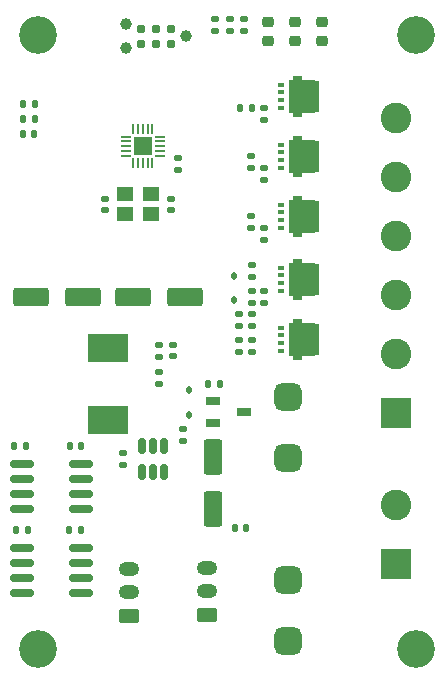
<source format=gbr>
%TF.GenerationSoftware,KiCad,Pcbnew,(7.0.0)*%
%TF.CreationDate,2023-03-11T20:41:09+01:00*%
%TF.ProjectId,StripController,53747269-7043-46f6-9e74-726f6c6c6572,rev?*%
%TF.SameCoordinates,Original*%
%TF.FileFunction,Soldermask,Top*%
%TF.FilePolarity,Negative*%
%FSLAX46Y46*%
G04 Gerber Fmt 4.6, Leading zero omitted, Abs format (unit mm)*
G04 Created by KiCad (PCBNEW (7.0.0)) date 2023-03-11 20:41:09*
%MOMM*%
%LPD*%
G01*
G04 APERTURE LIST*
G04 Aperture macros list*
%AMRoundRect*
0 Rectangle with rounded corners*
0 $1 Rounding radius*
0 $2 $3 $4 $5 $6 $7 $8 $9 X,Y pos of 4 corners*
0 Add a 4 corners polygon primitive as box body*
4,1,4,$2,$3,$4,$5,$6,$7,$8,$9,$2,$3,0*
0 Add four circle primitives for the rounded corners*
1,1,$1+$1,$2,$3*
1,1,$1+$1,$4,$5*
1,1,$1+$1,$6,$7*
1,1,$1+$1,$8,$9*
0 Add four rect primitives between the rounded corners*
20,1,$1+$1,$2,$3,$4,$5,0*
20,1,$1+$1,$4,$5,$6,$7,0*
20,1,$1+$1,$6,$7,$8,$9,0*
20,1,$1+$1,$8,$9,$2,$3,0*%
G04 Aperture macros list end*
%ADD10C,0.010000*%
%ADD11RoundRect,0.135000X-0.135000X-0.185000X0.135000X-0.185000X0.135000X0.185000X-0.135000X0.185000X0*%
%ADD12RoundRect,0.135000X0.185000X-0.135000X0.185000X0.135000X-0.185000X0.135000X-0.185000X-0.135000X0*%
%ADD13RoundRect,0.150000X0.150000X-0.512500X0.150000X0.512500X-0.150000X0.512500X-0.150000X-0.512500X0*%
%ADD14RoundRect,0.135000X-0.185000X0.135000X-0.185000X-0.135000X0.185000X-0.135000X0.185000X0.135000X0*%
%ADD15RoundRect,0.140000X0.170000X-0.140000X0.170000X0.140000X-0.170000X0.140000X-0.170000X-0.140000X0*%
%ADD16C,0.990600*%
%ADD17C,0.787400*%
%ADD18C,3.200000*%
%ADD19RoundRect,0.135000X0.135000X0.185000X-0.135000X0.185000X-0.135000X-0.185000X0.135000X-0.185000X0*%
%ADD20R,1.220000X0.650000*%
%ADD21R,0.500000X0.350000*%
%ADD22RoundRect,0.112500X0.112500X-0.187500X0.112500X0.187500X-0.112500X0.187500X-0.112500X-0.187500X0*%
%ADD23R,3.500000X2.350000*%
%ADD24RoundRect,0.140000X-0.170000X0.140000X-0.170000X-0.140000X0.170000X-0.140000X0.170000X0.140000X0*%
%ADD25RoundRect,0.218750X-0.256250X0.218750X-0.256250X-0.218750X0.256250X-0.218750X0.256250X0.218750X0*%
%ADD26RoundRect,0.250000X-0.550000X1.250000X-0.550000X-1.250000X0.550000X-1.250000X0.550000X1.250000X0*%
%ADD27RoundRect,0.147500X0.147500X0.172500X-0.147500X0.172500X-0.147500X-0.172500X0.147500X-0.172500X0*%
%ADD28RoundRect,0.150000X-0.825000X-0.150000X0.825000X-0.150000X0.825000X0.150000X-0.825000X0.150000X0*%
%ADD29RoundRect,0.575000X0.575000X-0.575000X0.575000X0.575000X-0.575000X0.575000X-0.575000X-0.575000X0*%
%ADD30RoundRect,0.140000X0.140000X0.170000X-0.140000X0.170000X-0.140000X-0.170000X0.140000X-0.170000X0*%
%ADD31RoundRect,0.250000X0.625000X-0.350000X0.625000X0.350000X-0.625000X0.350000X-0.625000X-0.350000X0*%
%ADD32O,1.750000X1.200000*%
%ADD33R,2.600000X2.600000*%
%ADD34C,2.600000*%
%ADD35RoundRect,0.250000X-1.250000X-0.550000X1.250000X-0.550000X1.250000X0.550000X-1.250000X0.550000X0*%
%ADD36R,1.400000X1.200000*%
%ADD37RoundRect,0.575000X-0.575000X0.575000X-0.575000X-0.575000X0.575000X-0.575000X0.575000X0.575000X0*%
%ADD38RoundRect,0.050000X0.050000X-0.375000X0.050000X0.375000X-0.050000X0.375000X-0.050000X-0.375000X0*%
%ADD39RoundRect,0.050000X0.375000X-0.050000X0.375000X0.050000X-0.375000X0.050000X-0.375000X-0.050000X0*%
%ADD40R,1.650000X1.650000*%
%ADD41RoundRect,0.250000X1.250000X0.550000X-1.250000X0.550000X-1.250000X-0.550000X1.250000X-0.550000X0*%
G04 APERTURE END LIST*
%TO.C,Q1*%
G36*
X26208000Y47045000D02*
G01*
X27358000Y47045000D01*
X27358000Y46995000D01*
X27658000Y46995000D01*
X27658000Y46395000D01*
X27358000Y46395000D01*
X27358000Y46345000D01*
X27658000Y46345000D01*
X27658000Y45745000D01*
X27358000Y45745000D01*
X27358000Y45695000D01*
X27658000Y45695000D01*
X27658000Y45095000D01*
X27358000Y45095000D01*
X27358000Y45045000D01*
X27658000Y45045000D01*
X27658000Y44470000D01*
X27358000Y44470000D01*
X27358000Y44395000D01*
X26233000Y44395000D01*
X26233000Y44020000D01*
X25583000Y44020000D01*
X25583000Y44395000D01*
X25183000Y44395000D01*
X25183000Y47045000D01*
X25583000Y47045000D01*
X25583000Y47420000D01*
X26208000Y47420000D01*
X26208000Y47045000D01*
G37*
D10*
X26208000Y47045000D02*
X27358000Y47045000D01*
X27358000Y46995000D01*
X27658000Y46995000D01*
X27658000Y46395000D01*
X27358000Y46395000D01*
X27358000Y46345000D01*
X27658000Y46345000D01*
X27658000Y45745000D01*
X27358000Y45745000D01*
X27358000Y45695000D01*
X27658000Y45695000D01*
X27658000Y45095000D01*
X27358000Y45095000D01*
X27358000Y45045000D01*
X27658000Y45045000D01*
X27658000Y44470000D01*
X27358000Y44470000D01*
X27358000Y44395000D01*
X26233000Y44395000D01*
X26233000Y44020000D01*
X25583000Y44020000D01*
X25583000Y44395000D01*
X25183000Y44395000D01*
X25183000Y47045000D01*
X25583000Y47045000D01*
X25583000Y47420000D01*
X26208000Y47420000D01*
X26208000Y47045000D01*
%TO.C,Q2*%
G36*
X26208000Y31551000D02*
G01*
X27358000Y31551000D01*
X27358000Y31501000D01*
X27658000Y31501000D01*
X27658000Y30901000D01*
X27358000Y30901000D01*
X27358000Y30851000D01*
X27658000Y30851000D01*
X27658000Y30251000D01*
X27358000Y30251000D01*
X27358000Y30201000D01*
X27658000Y30201000D01*
X27658000Y29601000D01*
X27358000Y29601000D01*
X27358000Y29551000D01*
X27658000Y29551000D01*
X27658000Y28976000D01*
X27358000Y28976000D01*
X27358000Y28901000D01*
X26233000Y28901000D01*
X26233000Y28526000D01*
X25583000Y28526000D01*
X25583000Y28901000D01*
X25183000Y28901000D01*
X25183000Y31551000D01*
X25583000Y31551000D01*
X25583000Y31926000D01*
X26208000Y31926000D01*
X26208000Y31551000D01*
G37*
X26208000Y31551000D02*
X27358000Y31551000D01*
X27358000Y31501000D01*
X27658000Y31501000D01*
X27658000Y30901000D01*
X27358000Y30901000D01*
X27358000Y30851000D01*
X27658000Y30851000D01*
X27658000Y30251000D01*
X27358000Y30251000D01*
X27358000Y30201000D01*
X27658000Y30201000D01*
X27658000Y29601000D01*
X27358000Y29601000D01*
X27358000Y29551000D01*
X27658000Y29551000D01*
X27658000Y28976000D01*
X27358000Y28976000D01*
X27358000Y28901000D01*
X26233000Y28901000D01*
X26233000Y28526000D01*
X25583000Y28526000D01*
X25583000Y28901000D01*
X25183000Y28901000D01*
X25183000Y31551000D01*
X25583000Y31551000D01*
X25583000Y31926000D01*
X26208000Y31926000D01*
X26208000Y31551000D01*
%TO.C,Q5*%
G36*
X26208000Y52125000D02*
G01*
X27358000Y52125000D01*
X27358000Y52075000D01*
X27658000Y52075000D01*
X27658000Y51475000D01*
X27358000Y51475000D01*
X27358000Y51425000D01*
X27658000Y51425000D01*
X27658000Y50825000D01*
X27358000Y50825000D01*
X27358000Y50775000D01*
X27658000Y50775000D01*
X27658000Y50175000D01*
X27358000Y50175000D01*
X27358000Y50125000D01*
X27658000Y50125000D01*
X27658000Y49550000D01*
X27358000Y49550000D01*
X27358000Y49475000D01*
X26233000Y49475000D01*
X26233000Y49100000D01*
X25583000Y49100000D01*
X25583000Y49475000D01*
X25183000Y49475000D01*
X25183000Y52125000D01*
X25583000Y52125000D01*
X25583000Y52500000D01*
X26208000Y52500000D01*
X26208000Y52125000D01*
G37*
X26208000Y52125000D02*
X27358000Y52125000D01*
X27358000Y52075000D01*
X27658000Y52075000D01*
X27658000Y51475000D01*
X27358000Y51475000D01*
X27358000Y51425000D01*
X27658000Y51425000D01*
X27658000Y50825000D01*
X27358000Y50825000D01*
X27358000Y50775000D01*
X27658000Y50775000D01*
X27658000Y50175000D01*
X27358000Y50175000D01*
X27358000Y50125000D01*
X27658000Y50125000D01*
X27658000Y49550000D01*
X27358000Y49550000D01*
X27358000Y49475000D01*
X26233000Y49475000D01*
X26233000Y49100000D01*
X25583000Y49100000D01*
X25583000Y49475000D01*
X25183000Y49475000D01*
X25183000Y52125000D01*
X25583000Y52125000D01*
X25583000Y52500000D01*
X26208000Y52500000D01*
X26208000Y52125000D01*
%TO.C,Q4*%
G36*
X26208000Y41965000D02*
G01*
X27358000Y41965000D01*
X27358000Y41915000D01*
X27658000Y41915000D01*
X27658000Y41315000D01*
X27358000Y41315000D01*
X27358000Y41265000D01*
X27658000Y41265000D01*
X27658000Y40665000D01*
X27358000Y40665000D01*
X27358000Y40615000D01*
X27658000Y40615000D01*
X27658000Y40015000D01*
X27358000Y40015000D01*
X27358000Y39965000D01*
X27658000Y39965000D01*
X27658000Y39390000D01*
X27358000Y39390000D01*
X27358000Y39315000D01*
X26233000Y39315000D01*
X26233000Y38940000D01*
X25583000Y38940000D01*
X25583000Y39315000D01*
X25183000Y39315000D01*
X25183000Y41965000D01*
X25583000Y41965000D01*
X25583000Y42340000D01*
X26208000Y42340000D01*
X26208000Y41965000D01*
G37*
X26208000Y41965000D02*
X27358000Y41965000D01*
X27358000Y41915000D01*
X27658000Y41915000D01*
X27658000Y41315000D01*
X27358000Y41315000D01*
X27358000Y41265000D01*
X27658000Y41265000D01*
X27658000Y40665000D01*
X27358000Y40665000D01*
X27358000Y40615000D01*
X27658000Y40615000D01*
X27658000Y40015000D01*
X27358000Y40015000D01*
X27358000Y39965000D01*
X27658000Y39965000D01*
X27658000Y39390000D01*
X27358000Y39390000D01*
X27358000Y39315000D01*
X26233000Y39315000D01*
X26233000Y38940000D01*
X25583000Y38940000D01*
X25583000Y39315000D01*
X25183000Y39315000D01*
X25183000Y41965000D01*
X25583000Y41965000D01*
X25583000Y42340000D01*
X26208000Y42340000D01*
X26208000Y41965000D01*
%TO.C,Q3*%
G36*
X26208000Y36631000D02*
G01*
X27358000Y36631000D01*
X27358000Y36581000D01*
X27658000Y36581000D01*
X27658000Y35981000D01*
X27358000Y35981000D01*
X27358000Y35931000D01*
X27658000Y35931000D01*
X27658000Y35331000D01*
X27358000Y35331000D01*
X27358000Y35281000D01*
X27658000Y35281000D01*
X27658000Y34681000D01*
X27358000Y34681000D01*
X27358000Y34631000D01*
X27658000Y34631000D01*
X27658000Y34056000D01*
X27358000Y34056000D01*
X27358000Y33981000D01*
X26233000Y33981000D01*
X26233000Y33606000D01*
X25583000Y33606000D01*
X25583000Y33981000D01*
X25183000Y33981000D01*
X25183000Y36631000D01*
X25583000Y36631000D01*
X25583000Y37006000D01*
X26208000Y37006000D01*
X26208000Y36631000D01*
G37*
X26208000Y36631000D02*
X27358000Y36631000D01*
X27358000Y36581000D01*
X27658000Y36581000D01*
X27658000Y35981000D01*
X27358000Y35981000D01*
X27358000Y35931000D01*
X27658000Y35931000D01*
X27658000Y35331000D01*
X27358000Y35331000D01*
X27358000Y35281000D01*
X27658000Y35281000D01*
X27658000Y34681000D01*
X27358000Y34681000D01*
X27358000Y34631000D01*
X27658000Y34631000D01*
X27658000Y34056000D01*
X27358000Y34056000D01*
X27358000Y33981000D01*
X26233000Y33981000D01*
X26233000Y33606000D01*
X25583000Y33606000D01*
X25583000Y33981000D01*
X25183000Y33981000D01*
X25183000Y36631000D01*
X25583000Y36631000D01*
X25583000Y37006000D01*
X26208000Y37006000D01*
X26208000Y36631000D01*
%TD*%
D11*
%TO.C,R24*%
X21046600Y49788800D03*
X22066600Y49788800D03*
%TD*%
D12*
%TO.C,R18*%
X22098000Y33297400D03*
X22098000Y34317400D03*
%TD*%
D13*
%TO.C,IC1*%
X12766000Y21203500D03*
X13716000Y21203500D03*
X14666000Y21203500D03*
X14666000Y18928500D03*
X13716000Y18928500D03*
X12766000Y18928500D03*
%TD*%
D14*
%TO.C,R11*%
X21429600Y57336600D03*
X21429600Y56316600D03*
%TD*%
D15*
%TO.C,C10*%
X9644000Y41130000D03*
X9644000Y42090000D03*
%TD*%
D16*
%TO.C,J5*%
X16510000Y55880000D03*
X11430000Y54864000D03*
X11430000Y56896000D03*
D17*
X15240000Y56515000D03*
X15240000Y55245000D03*
X13970000Y56515000D03*
X13970000Y55245000D03*
X12700000Y56515000D03*
X12700000Y55245000D03*
%TD*%
D11*
%TO.C,R14*%
X2080800Y14046200D03*
X3100800Y14046200D03*
%TD*%
D12*
%TO.C,R10*%
X23114000Y48766000D03*
X23114000Y49786000D03*
%TD*%
D18*
%TO.C,H3*%
X4000000Y4000000D03*
%TD*%
D19*
%TO.C,TH1*%
X3700000Y48877800D03*
X2680000Y48877800D03*
%TD*%
D20*
%TO.C,Q6*%
X18799999Y24999999D03*
X18799999Y23099999D03*
X21419999Y24049999D03*
%TD*%
D21*
%TO.C,Q1*%
X24507999Y46694999D03*
X24507999Y46044999D03*
X24507999Y45394999D03*
X24507999Y44744999D03*
%TD*%
D12*
%TO.C,R2*%
X23114000Y43686000D03*
X23114000Y44706000D03*
%TD*%
D22*
%TO.C,D1*%
X16756000Y23770600D03*
X16756000Y25870600D03*
%TD*%
D15*
%TO.C,C4*%
X11176000Y19586000D03*
X11176000Y20546000D03*
%TD*%
D23*
%TO.C,L1*%
X9905999Y23390999D03*
X9905999Y29440999D03*
%TD*%
D21*
%TO.C,Q2*%
X24507999Y31200999D03*
X24507999Y30550999D03*
X24507999Y29900999D03*
X24507999Y29250999D03*
%TD*%
D24*
%TO.C,C8*%
X15798800Y45511600D03*
X15798800Y44551600D03*
%TD*%
D25*
%TO.C,D2*%
X23487000Y57053300D03*
X23487000Y55478300D03*
%TD*%
D21*
%TO.C,Q5*%
X24507999Y51774999D03*
X24507999Y51124999D03*
X24507999Y50474999D03*
X24507999Y49824999D03*
%TD*%
D11*
%TO.C,R19*%
X2680000Y50147800D03*
X3700000Y50147800D03*
%TD*%
D14*
%TO.C,R21*%
X22115400Y36481200D03*
X22115400Y35461200D03*
%TD*%
D26*
%TO.C,C3*%
X18796000Y20234000D03*
X18796000Y15834000D03*
%TD*%
D27*
%TO.C,F2*%
X21590000Y14224000D03*
X20620000Y14224000D03*
%TD*%
D14*
%TO.C,R20*%
X21023200Y30112600D03*
X21023200Y29092600D03*
%TD*%
D28*
%TO.C,U2*%
X2630400Y12573000D03*
X2630400Y11303000D03*
X2630400Y10033000D03*
X2630400Y8763000D03*
X7580400Y8763000D03*
X7580400Y10033000D03*
X7580400Y11303000D03*
X7580400Y12573000D03*
%TD*%
D29*
%TO.C,J10*%
X25176100Y20150800D03*
X25176100Y25300800D03*
%TD*%
D30*
%TO.C,C13*%
X3670000Y47607800D03*
X2710000Y47607800D03*
%TD*%
D15*
%TO.C,C1*%
X16256000Y21618000D03*
X16256000Y22578000D03*
%TD*%
D12*
%TO.C,R6*%
X23114000Y33272000D03*
X23114000Y34292000D03*
%TD*%
D31*
%TO.C,J6*%
X11642000Y6794000D03*
D32*
X11641999Y8793999D03*
X11641999Y10793999D03*
%TD*%
D12*
%TO.C,R5*%
X14224000Y26414000D03*
X14224000Y27434000D03*
%TD*%
D30*
%TO.C,C2*%
X7592000Y14071600D03*
X6632000Y14071600D03*
%TD*%
D11*
%TO.C,R3*%
X18354200Y26420800D03*
X19374200Y26420800D03*
%TD*%
D14*
%TO.C,R8*%
X22098000Y30133200D03*
X22098000Y29113200D03*
%TD*%
D28*
%TO.C,U4*%
X2630400Y19685000D03*
X2630400Y18415000D03*
X2630400Y17145000D03*
X2630400Y15875000D03*
X7580400Y15875000D03*
X7580400Y17145000D03*
X7580400Y18415000D03*
X7580400Y19685000D03*
%TD*%
D30*
%TO.C,C5*%
X7617400Y21132800D03*
X6657400Y21132800D03*
%TD*%
D14*
%TO.C,R12*%
X20193800Y57336600D03*
X20193800Y56316600D03*
%TD*%
%TO.C,R22*%
X22013800Y40648800D03*
X22013800Y39628800D03*
%TD*%
%TO.C,R23*%
X22039200Y45726800D03*
X22039200Y44706800D03*
%TD*%
D21*
%TO.C,Q4*%
X24507999Y41614999D03*
X24507999Y40964999D03*
X24507999Y40314999D03*
X24507999Y39664999D03*
%TD*%
D25*
%TO.C,D3*%
X25738800Y57047100D03*
X25738800Y55472100D03*
%TD*%
D18*
%TO.C,H2*%
X36000000Y4000000D03*
%TD*%
D24*
%TO.C,C11*%
X15232000Y42090000D03*
X15232000Y41130000D03*
%TD*%
D33*
%TO.C,J2*%
X34289999Y23955999D03*
D34*
X34290000Y28956000D03*
X34290000Y33956000D03*
X34290000Y38956000D03*
X34290000Y43956000D03*
X34290000Y48956000D03*
%TD*%
D25*
%TO.C,D4*%
X28008200Y57053300D03*
X28008200Y55478300D03*
%TD*%
D12*
%TO.C,R4*%
X14224000Y28700000D03*
X14224000Y29720000D03*
%TD*%
D18*
%TO.C,H1*%
X4000000Y56000000D03*
%TD*%
D33*
%TO.C,J4*%
X34289999Y11175999D03*
D34*
X34290000Y16176000D03*
%TD*%
D35*
%TO.C,C9*%
X12024000Y33784000D03*
X16424000Y33784000D03*
%TD*%
D22*
%TO.C,D5*%
X20540600Y33498800D03*
X20540600Y35598800D03*
%TD*%
D24*
%TO.C,C6*%
X15392400Y29718000D03*
X15392400Y28758000D03*
%TD*%
D21*
%TO.C,Q3*%
X24507999Y36280999D03*
X24507999Y35630999D03*
X24507999Y34980999D03*
X24507999Y34330999D03*
%TD*%
D36*
%TO.C,Y2*%
X11337999Y40847999D03*
X13537999Y40847999D03*
X13537999Y42547999D03*
X11337999Y42547999D03*
%TD*%
D19*
%TO.C,R15*%
X2999200Y21132800D03*
X1979200Y21132800D03*
%TD*%
D12*
%TO.C,R9*%
X23114000Y38606000D03*
X23114000Y39626000D03*
%TD*%
D37*
%TO.C,J9*%
X25176100Y9850000D03*
X25176100Y4700000D03*
%TD*%
D18*
%TO.C,H4*%
X36000000Y56000000D03*
%TD*%
D38*
%TO.C,IC2*%
X12056000Y45108000D03*
X12456000Y45108000D03*
X12856000Y45108000D03*
X13256000Y45108000D03*
X13656000Y45108000D03*
D39*
X14306000Y45758000D03*
X14306000Y46158000D03*
X14306000Y46558000D03*
X14306000Y46958000D03*
X14306000Y47358000D03*
D38*
X13656000Y48008000D03*
X13256000Y48008000D03*
X12856000Y48008000D03*
X12456000Y48008000D03*
X12056000Y48008000D03*
D39*
X11406000Y47358000D03*
X11406000Y46958000D03*
X11406000Y46558000D03*
X11406000Y46158000D03*
X11406000Y45758000D03*
D40*
X12855999Y46557999D03*
%TD*%
D12*
%TO.C,R14*%
X21031200Y31290000D03*
X21031200Y32310000D03*
%TD*%
D41*
%TO.C,C7*%
X7788000Y33782000D03*
X3388000Y33782000D03*
%TD*%
D24*
%TO.C,C12*%
X22090000Y32311000D03*
X22090000Y31351000D03*
%TD*%
D14*
%TO.C,R13*%
X18991200Y57336600D03*
X18991200Y56316600D03*
%TD*%
D31*
%TO.C,J1*%
X18288000Y6858000D03*
D32*
X18287999Y8857999D03*
X18287999Y10857999D03*
%TD*%
M02*

</source>
